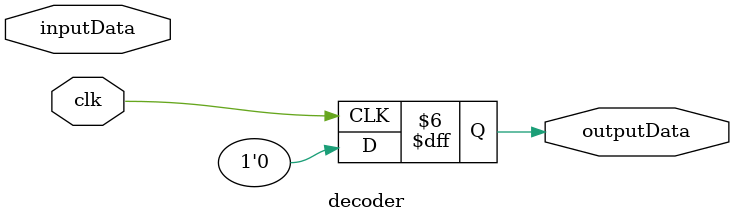
<source format=sv>
`timescale 1ns / 1ps


module decoder(
    input            clk,
    input            inputData,
    output reg       outputData
    );
    
    logic firstPart, secPart;
    
    always @(negedge clk) begin
        #2;
        firstPart = inputData;
        #5;
        secPart   = inputData;
        
        if( firstPart == secPart ) outputData = 1'b0;
        else                       outputData = 1'b1;
    end
    
endmodule

</source>
